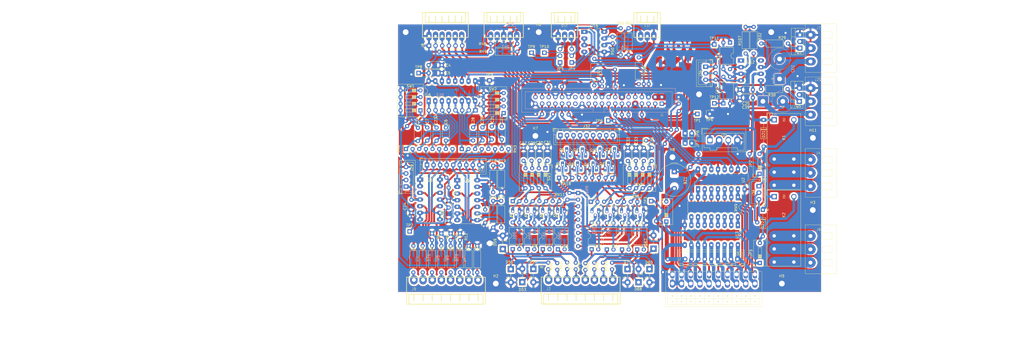
<source format=kicad_pcb>
(kicad_pcb
	(version 20240108)
	(generator "pcbnew")
	(generator_version "8.0")
	(general
		(thickness 1.6)
		(legacy_teardrops no)
	)
	(paper "A4")
	(layers
		(0 "F.Cu" signal)
		(1 "In1.Cu" signal)
		(2 "In2.Cu" signal)
		(31 "B.Cu" signal)
		(32 "B.Adhes" user "B.Adhesive")
		(33 "F.Adhes" user "F.Adhesive")
		(34 "B.Paste" user)
		(35 "F.Paste" user)
		(36 "B.SilkS" user "B.Silkscreen")
		(37 "F.SilkS" user "F.Silkscreen")
		(38 "B.Mask" user)
		(39 "F.Mask" user)
		(40 "Dwgs.User" user "User.Drawings")
		(41 "Cmts.User" user "User.Comments")
		(42 "Eco1.User" user "User.Eco1")
		(43 "Eco2.User" user "User.Eco2")
		(44 "Edge.Cuts" user)
		(45 "Margin" user)
		(46 "B.CrtYd" user "B.Courtyard")
		(47 "F.CrtYd" user "F.Courtyard")
		(48 "B.Fab" user)
		(49 "F.Fab" user)
		(50 "User.1" user)
		(51 "User.2" user)
		(52 "User.3" user)
		(53 "User.4" user)
		(54 "User.5" user)
		(55 "User.6" user)
		(56 "User.7" user)
		(57 "User.8" user)
		(58 "User.9" user)
	)
	(setup
		(stackup
			(layer "F.SilkS"
				(type "Top Silk Screen")
			)
			(layer "F.Paste"
				(type "Top Solder Paste")
			)
			(layer "F.Mask"
				(type "Top Solder Mask")
				(thickness 0.01)
			)
			(layer "F.Cu"
				(type "copper")
				(thickness 0.035)
			)
			(layer "dielectric 1"
				(type "prepreg")
				(thickness 0.1)
				(material "FR4")
				(epsilon_r 4.5)
				(loss_tangent 0.02)
			)
			(layer "In1.Cu"
				(type "copper")
				(thickness 0.035)
			)
			(layer "dielectric 2"
				(type "core")
				(thickness 1.24)
				(material "FR4")
				(epsilon_r 4.5)
				(loss_tangent 0.02)
			)
			(layer "In2.Cu"
				(type "copper")
				(thickness 0.035)
			)
			(layer "dielectric 3"
				(type "prepreg")
				(thickness 0.1)
				(material "FR4")
				(epsilon_r 4.5)
				(loss_tangent 0.02)
			)
			(layer "B.Cu"
				(type "copper")
				(thickness 0.035)
			)
			(layer "B.Mask"
				(type "Bottom Solder Mask")
				(thickness 0.01)
			)
			(layer "B.Paste"
				(type "Bottom Solder Paste")
			)
			(layer "B.SilkS"
				(type "Bottom Silk Screen")
				(color "Red")
			)
			(copper_finish "None")
			(dielectric_constraints no)
		)
		(pad_to_mask_clearance 0)
		(allow_soldermask_bridges_in_footprints no)
		(pcbplotparams
			(layerselection 0x0000000_7ffffff9)
			(plot_on_all_layers_selection 0x00290ba_00000000)
			(disableapertmacros no)
			(usegerberextensions no)
			(usegerberattributes no)
			(usegerberadvancedattributes yes)
			(creategerberjobfile yes)
			(dashed_line_dash_ratio 12.000000)
			(dashed_line_gap_ratio 3.000000)
			(svgprecision 4)
			(plotframeref no)
			(viasonmask no)
			(mode 1)
			(useauxorigin no)
			(hpglpennumber 1)
			(hpglpenspeed 20)
			(hpglpendiameter 15.000000)
			(pdf_front_fp_property_popups yes)
			(pdf_back_fp_property_popups yes)
			(dxfpolygonmode yes)
			(dxfimperialunits yes)
			(dxfusepcbnewfont yes)
			(psnegative no)
			(psa4output no)
			(plotreference no)
			(plotvalue no)
			(plotfptext no)
			(plotinvisibletext no)
			(sketchpadsonfab no)
			(subtractmaskfromsilk no)
			(outputformat 5)
			(mirror no)
			(drillshape 1)
			(scaleselection 1)
			(outputdirectory "export/")
		)
	)
	(net 0 "")
	(net 1 "+5V")
	(net 2 "/Buzzer")
	(net 3 "GND")
	(net 4 "+3V3")
	(net 5 "/ADC_CH3")
	(net 6 "/ADC_CH1")
	(net 7 "+12V")
	(net 8 "/Dig-IN_1")
	(net 9 "-5V")
	(net 10 "/ADC_CH5")
	(net 11 "/ADC_CH6")
	(net 12 "/ADC_CH0")
	(net 13 "/ADC_CH2")
	(net 14 "/ADC_CH7")
	(net 15 "/ADC_CH4")
	(net 16 "/Dig-IN_2")
	(net 17 "/Dig-IN_3")
	(net 18 "/Dig-IN_4")
	(net 19 "/Dig-IN_5")
	(net 20 "/Dig-IN_6")
	(net 21 "/Dig-IN_7")
	(net 22 "/Dig-IN_8")
	(net 23 "OUT_Digital_1_open-drain")
	(net 24 "Net-(U3C-+)")
	(net 25 "Net-(U3D-+)")
	(net 26 "IN_Analog_6 (0-20mA)")
	(net 27 "IN_Analog_7 (0-20mA)")
	(net 28 "Net-(U9B-+)")
	(net 29 "/OUT_PWM_1_diode")
	(net 30 "/OUT_PWM_2_diode")
	(net 31 "Net-(U9A-+)")
	(net 32 "OUT_Digital_2_open-drain")
	(net 33 "OUT_Digital_3_open-drain")
	(net 34 "OUT_Digital_4_open-drain")
	(net 35 "OUT_Digital_5_open-drain")
	(net 36 "Net-(U3A-+)")
	(net 37 "I2C_SDA")
	(net 38 "RS485_B")
	(net 39 "RS485_A")
	(net 40 "Net-(D50-A1)")
	(net 41 "Net-(D51-A)")
	(net 42 "Net-(D53-A1)")
	(net 43 "Net-(D54-A)")
	(net 44 "Net-(D56-A1)")
	(net 45 "Net-(D57-A)")
	(net 46 "Net-(D59-A1)")
	(net 47 "Net-(D60-A)")
	(net 48 "Net-(D62-A1)")
	(net 49 "Net-(D63-A)")
	(net 50 "Net-(D65-A1)")
	(net 51 "Net-(D66-A)")
	(net 52 "Net-(D68-A1)")
	(net 53 "Net-(D69-A)")
	(net 54 "Net-(D71-A1)")
	(net 55 "Net-(D72-A)")
	(net 56 "unconnected-(J1-ID_SD{slash}GPIO0-Pad27)")
	(net 57 "/SPI_CE0_ADC")
	(net 58 "Net-(J1-3V3-Pad1)")
	(net 59 "/SPI0_miso_ADC")
	(net 60 "/UART_DIR-T")
	(net 61 "/SPI0_mosi_ADC")
	(net 62 "/SPI0_sclk_ADC")
	(net 63 "/UART_TX")
	(net 64 "/SPI1_miso_FREE")
	(net 65 "/SR-OUT_latch")
	(net 66 "/SPI1_mosi_FREE")
	(net 67 "/SR-OUT_clock")
	(net 68 "/SR-OUT_data")
	(net 69 "unconnected-(J1-ID_SC{slash}GPIO1-Pad28)")
	(net 70 "/SPI1_CE_FREE")
	(net 71 "/UART_RX")
	(net 72 "/OUT_PWM_2")
	(net 73 "/SPI1_sclk_FREE")
	(net 74 "/OUT_PWM_1")
	(net 75 "IN_Digital_8")
	(net 76 "IN_Digital_5")
	(net 77 "IN_Digital_2")
	(net 78 "IN_Digital_3")
	(net 79 "IN_Digital_4")
	(net 80 "IN_Digital_6")
	(net 81 "IN_Digital_7")
	(net 82 "IN_Digital_1")
	(net 83 "OUT_Digital_8")
	(net 84 "OUT_Digital_7_open-drain")
	(net 85 "OUT_Digital_2")
	(net 86 "OUT_Digital_4")
	(net 87 "OUT_Digital_5")
	(net 88 "OUT_Digital_6")
	(net 89 "OUT_Digital_3")
	(net 90 "OUT_Digital_7")
	(net 91 "OUT_Digital_8_open-drain")
	(net 92 "OUT_Digital_1")
	(net 93 "OUT_Digital_6_open-drain")
	(net 94 "Net-(J4-Pin_1)")
	(net 95 "Net-(J4-Pin_2)")
	(net 96 "Net-(J4-Pin_3)")
	(net 97 "OUT_Digital_COM_open-drain")
	(net 98 "Net-(J6-Pin_1)")
	(net 99 "Net-(J6-Pin_3)")
	(net 100 "Net-(J6-Pin_2)")
	(net 101 "IN_Analog_1 (0-3.3V)")
	(net 102 "IN_Analog_5 (0-24V)")
	(net 103 "IN_Analog_4 (0-12V)")
	(net 104 "IN_Analog_2 (0-5V)")
	(net 105 "IN_Analog_0 (0-3.3V)")
	(net 106 "IN_Analog_3 (0-5V)")
	(net 107 "Net-(Q1-G)")
	(net 108 "Net-(Q2-G)")
	(net 109 "Net-(Q2-D)")
	(net 110 "Net-(Q5-G)")
	(net 111 "Net-(C17-Pad1)")
	(net 112 "Net-(Q7-G)")
	(net 113 "Net-(Q7-D)")
	(net 114 "Net-(C29-Pad1)")
	(net 115 "Net-(Q9-G)")
	(net 116 "Net-(C30-Pad1)")
	(net 117 "Net-(Q10-G)")
	(net 118 "Net-(Q11-D)")
	(net 119 "Net-(Q11-G)")
	(net 120 "Net-(C31-Pad1)")
	(net 121 "Net-(Q13-G)")
	(net 122 "Net-(Q13-D)")
	(net 123 "Net-(C32-Pad1)")
	(net 124 "Net-(Q15-D)")
	(net 125 "Net-(Q15-G)")
	(net 126 "Net-(C33-Pad1)")
	(net 127 "Net-(Q17-G)")
	(net 128 "Net-(Q17-D)")
	(net 129 "Net-(C34-Pad1)")
	(net 130 "Net-(Q19-D)")
	(net 131 "Net-(Q19-G)")
	(net 132 "Net-(C35-Pad1)")
	(net 133 "Net-(U9C--)")
	(net 134 "Net-(U12-~{OUTA})")
	(net 135 "Net-(U12-~{OUTB})")
	(net 136 "Net-(U12-INB)")
	(net 137 "Net-(R33-Pad1)")
	(net 138 "Net-(U9D--)")
	(net 139 "Net-(U12-INA)")
	(net 140 "Net-(R108-Pad1)")
	(net 141 "unconnected-(U2-QH'-Pad9)")
	(net 142 "unconnected-(U12-NC-Pad8)")
	(net 143 "unconnected-(U12-NC-Pad1)")
	(net 144 "Net-(U3B-+)")
	(net 145 "/LED_analog-CH6")
	(net 146 "/LED_analog-CH2")
	(net 147 "/LED_analog-CH7")
	(net 148 "/LED_analog-CH5")
	(net 149 "/LED_analog-CH0")
	(net 150 "/LED_analog-CH1")
	(net 151 "/LED_analog-CH3")
	(net 152 "/LED_analog-CH4")
	(net 153 "/LED_digital-out_2")
	(net 154 "/LED_digital-out_8")
	(net 155 "/LED_digital-out_6")
	(net 156 "/LED_digital-out_5")
	(net 157 "/LED_digital-out_4")
	(net 158 "/LED_digital-out_7")
	(net 159 "/LED_digital-out_1")
	(net 160 "/LED_digital-out_3")
	(net 161 "/LED_relay-1")
	(net 162 "/LED_PWM-1")
	(net 163 "/LED_PWM-2")
	(net 164 "/LED_relay-2")
	(net 165 "Net-(RN9-R2.2)")
	(net 166 "Net-(RN9-R8.2)")
	(net 167 "Net-(RN9-R7.2)")
	(net 168 "Net-(RN9-R5.2)")
	(net 169 "Net-(RN9-R1.2)")
	(net 170 "Net-(RN9-R6.2)")
	(net 171 "Net-(RN9-R3.2)")
	(net 172 "Net-(RN9-R4.2)")
	(net 173 "/DIP_EN-Filter-ADC3")
	(net 174 "/DIP_EN-Filter-ADC1")
	(net 175 "/DIP_EN-Filter-ADC5")
	(net 176 "/DIP_EN-Filter-ADC6")
	(net 177 "/DIP_EN-Filter-ADC0")
	(net 178 "/DIP_EN-Filter-ADC2")
	(net 179 "/DIP_EN-Filter-ADC7")
	(net 180 "/DIP_EN-Filter-ADC4")
	(net 181 "I2C_SCL")
	(net 182 "Net-(J10-Pin_2)")
	(net 183 "Net-(J10-Pin_1)")
	(net 184 "Net-(JP4-A)")
	(net 185 "Net-(JP5-A)")
	(net 186 "Net-(JP6-A)")
	(net 187 "+5VP")
	(net 188 "+3V3P")
	(footprint "Connector_JST:JST_XH_B9B-XH-A_1x09_P2.50mm_Vertical" (layer "F.Cu") (at 98.7044 69.9008))
	(footprint "Resistor_THT:R_Axial_DIN0207_L6.3mm_D2.5mm_P2.54mm_Vertical" (layer "F.Cu") (at 118.646 32.229 -90))
	(footprint "Button_Switch_THT:SW_DIP_SPSTx04_Slide_9.78x12.34mm_W7.62mm_P2.54mm" (layer "F.Cu") (at 45.2845 60.36 180))
	(footprint "Package_TO_SOT_THT:TO-92_HandSolder" (layer "F.Cu") (at 98.2726 82.4186))
	(footprint "Package_DIP:DIP-4_W10.16mm" (layer "F.Cu") (at 160.932 57.706 90))
	(footprint "Button_Switch_THT:SW_DIP_SPSTx01_Slide_9.78x4.72mm_W7.62mm_P2.54mm" (layer "F.Cu") (at 139.161 102.7965 90))
	(footprint "Relay_THT:Relay_SPDT_Omron_G2RL-1-E" (layer "F.Cu") (at 180.34 63.947))
	(footprint "Resistor_THT:R_Axial_DIN0207_L6.3mm_D2.5mm_P10.16mm_Horizontal" (layer "F.Cu") (at 66.957 112.0587 -90))
	(footprint "Package_DIP:DIP-8_W7.62mm_LongPads" (layer "F.Cu") (at 107.851 30.381))
	(footprint "Diode_THT:D_DO-15_P5.08mm_Vertical_AnodeUp" (layer "F.Cu") (at 76.708 113.284 90))
	(footprint "custom-footprints1:WAGO 713-1430 MINI HD Stiftleiste gewinkelt 2x10-polig, RM 3,5" (layer "F.Cu") (at 157.223 127.461))
	(footprint "Resistor_THT:R_Array_SIP8" (layer "F.Cu") (at 80.536 95.01305))
	(footprint "Resistor_THT:R_Axial_DIN0207_L6.3mm_D2.5mm_P10.16mm_Horizontal" (layer "F.Cu") (at 60.353 112.0587 -90))
	(footprint "Capacitor_THT:C_Disc_D7.0mm_W2.5mm_P5.00mm" (layer "F.Cu") (at 41.811 94.516 -90))
	(footprint "Package_DIP:DIP-4_W10.16mm" (layer "F.Cu") (at 86.2052 113.37185 90))
	(footprint "Capacitor_THT:C_Disc_D7.0mm_W2.5mm_P5.00mm" (layer "F.Cu") (at 47.867 71.899685 90))
	(footprint "Capacitor_THT:C_Disc_D7.0mm_W2.5mm_P5.00mm" (layer "F.Cu") (at 124.46 79.66335 90))
	(footprint "Capacitor_THT:C_Disc_D7.0mm_W2.5mm_P5.00mm" (layer "F.Cu") (at 93.7722 79.58085 90))
	(footprint "custom-footprints1:MountingHole_2.2mm_NPTH-with-pad" (layer "F.Cu") (at 195.1228 70.866))
	(footprint "custom-footprints1:MountingHole_2.2mm_NPTH-with-pad" (layer "F.Cu") (at 141.478 78.232))
	(footprint "Capacitor_THT:C_Disc_D7.0mm_W2.5mm_P5.00mm" (layer "F.Cu") (at 87.6762 79.58085 90))
	(footprint "Resistor_THT:R_Axial_DIN0207_L6.3mm_D2.5mm_P2.54mm_Vertical" (layer "F.Cu") (at 108.2574 121.2404 90))
	(footprint "Package_DIP:DIP-4_W10.16mm" (layer "F.Cu") (at 116.4412 113.47785 90))
	(footprint "Capacitor_THT:C_Disc_D7.0mm_W2.5mm_P5.00mm" (layer "F.Cu") (at 68.949 71.842 90))
	(footprint "Package_TO_SOT_THT:TO-92_HandSolder" (layer "F.Cu") (at 100.203 98.933 180))
	(footprint "Connector_JST:JST_XH_B4B-XH-A_1x04_P2.50mm_Vertical" (layer "F.Cu") (at 39.762 89.436 90))
	(footprint "Resistor_THT:R_Axial_DIN0207_L6.3mm_D2.5mm_P2.54mm_Vertical" (layer "F.Cu") (at 114.963 121.059 90))
	(footprint "Resistor_THT:R_Axial_DIN0207_L6.3mm_D2.5mm_P10.16mm_Horizontal" (layer "F.Cu") (at 185.448 52.225 180))
	(footprint "Resistor_THT:R_Axial_DIN0207_L6.3mm_D2.5mm_P10.16mm_Horizontal" (layer "F.Cu") (at 172.494 28.476 -90))
	(footprint "Capacitor_THT:C_Disc_D7.0mm_W2.5mm_P5.00mm"
		(layer "F.Cu")
		(uuid "225685cd-35d5-436d-aa61-4884f58dd0a3")
		(at 72.505 71.506 90)
		(descr "C, Disc series, Radial, pin pitch=5.00mm, , diameter*width=7*2.5mm^2, Capacitor, http://cdn-reichelt.de/documents/datenblatt/B300/DS_KERKO_TC.pdf")
		(tags "C Disc series Radial pin pitch 5.00mm  diameter 7mm width 2.5mm Capacitor")
		(property "Reference" "C21"
			(at 7.77 0.2195 90)
			(layer "F.SilkS")
			(uuid "61e59fa7-ec47-458c-91c9-670fc121632e")
			(effects
				(font
					(size 1 1)
					(thickness 0.15)
				)
			)
		)
		(property "Value" "100n"
			(at 2.418 0.012 90)
			(layer "F.Fab")
			(uuid "05ca397d-c5e5-49d0-b081-ed6e55c4ad21")
			(effects
				(font
					(size 1 1)
					(thickness 0.15)
				)
			)
		)
		(property "Footprint" "Capacitor_THT:C_Disc_D7.0mm_W2.5mm_P5.00mm"
			(at 0 0 90)
			(unlocked yes)
			(layer "F.Fab")
			(hide yes)
			
... [2440779 chars truncated]
</source>
